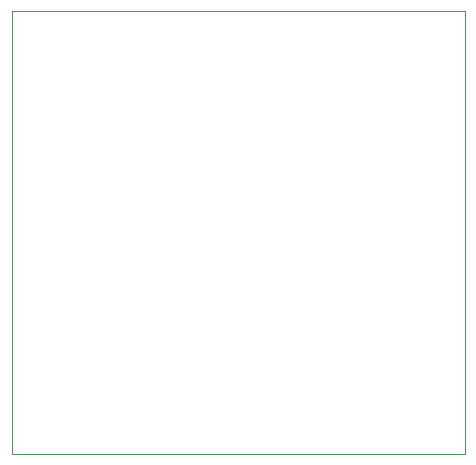
<source format=gm1>
%TF.GenerationSoftware,KiCad,Pcbnew,9.0.0*%
%TF.CreationDate,2025-03-07T10:14:08+01:00*%
%TF.ProjectId,converter1A,636f6e76-6572-4746-9572-31412e6b6963,rev?*%
%TF.SameCoordinates,Original*%
%TF.FileFunction,Profile,NP*%
%FSLAX46Y46*%
G04 Gerber Fmt 4.6, Leading zero omitted, Abs format (unit mm)*
G04 Created by KiCad (PCBNEW 9.0.0) date 2025-03-07 10:14:08*
%MOMM*%
%LPD*%
G01*
G04 APERTURE LIST*
%TA.AperFunction,Profile*%
%ADD10C,0.050000*%
%TD*%
G04 APERTURE END LIST*
D10*
X164000000Y-74000000D02*
X202350000Y-74000000D01*
X202350000Y-111500000D01*
X164000000Y-111500000D01*
X164000000Y-74000000D01*
M02*

</source>
